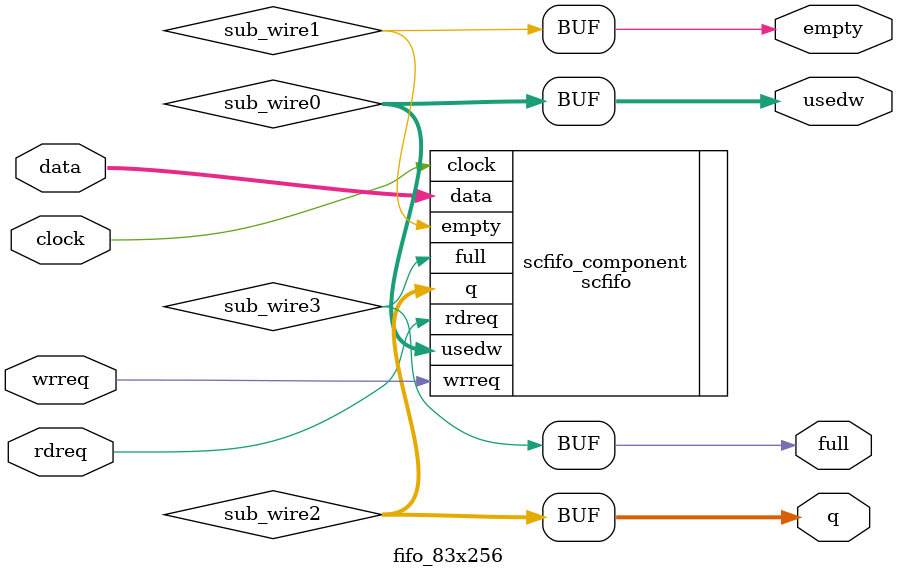
<source format=v>
module fifo_83x256 (
	clock,
	data,
	rdreq,
	wrreq,
	empty,
	full,
	q,
	usedw);
	input	  clock;
	input	[82:0]  data;
	input	  rdreq;
	input	  wrreq;
	output	  empty;
	output	  full;
	output	[82:0]  q;
	output	[7:0]  usedw;
	wire [7:0] sub_wire0;
	wire  sub_wire1;
	wire [82:0] sub_wire2;
	wire  sub_wire3;
	wire [7:0] usedw = sub_wire0[7:0];
	wire  empty = sub_wire1;
	wire [82:0] q = sub_wire2[82:0];
	wire  full = sub_wire3;
	scfifo	scfifo_component (
				.rdreq (rdreq),
				.clock (clock),
				.wrreq (wrreq),
				.data (data),
				.usedw (sub_wire0),
				.empty (sub_wire1),
				.q (sub_wire2),
				.full (sub_wire3)
				// synopsys translate_off
				,
				.aclr (),
				.almost_empty (),
				.almost_full (),
				.sclr ()
				// synopsys translate_on
				);
	defparam
		scfifo_component.add_ram_output_register = "OFF",
		scfifo_component.intended_device_family = "Cyclone III",
		scfifo_component.lpm_hint = "RAM_BLOCK_TYPE=M9K",
		scfifo_component.lpm_numwords = 256,
		scfifo_component.lpm_showahead = "OFF",
		scfifo_component.lpm_type = "scfifo",
		scfifo_component.lpm_width = 83,
		scfifo_component.lpm_widthu = 8,
		scfifo_component.overflow_checking = "OFF",
		scfifo_component.underflow_checking = "OFF",
		scfifo_component.use_eab = "ON";
endmodule
</source>
